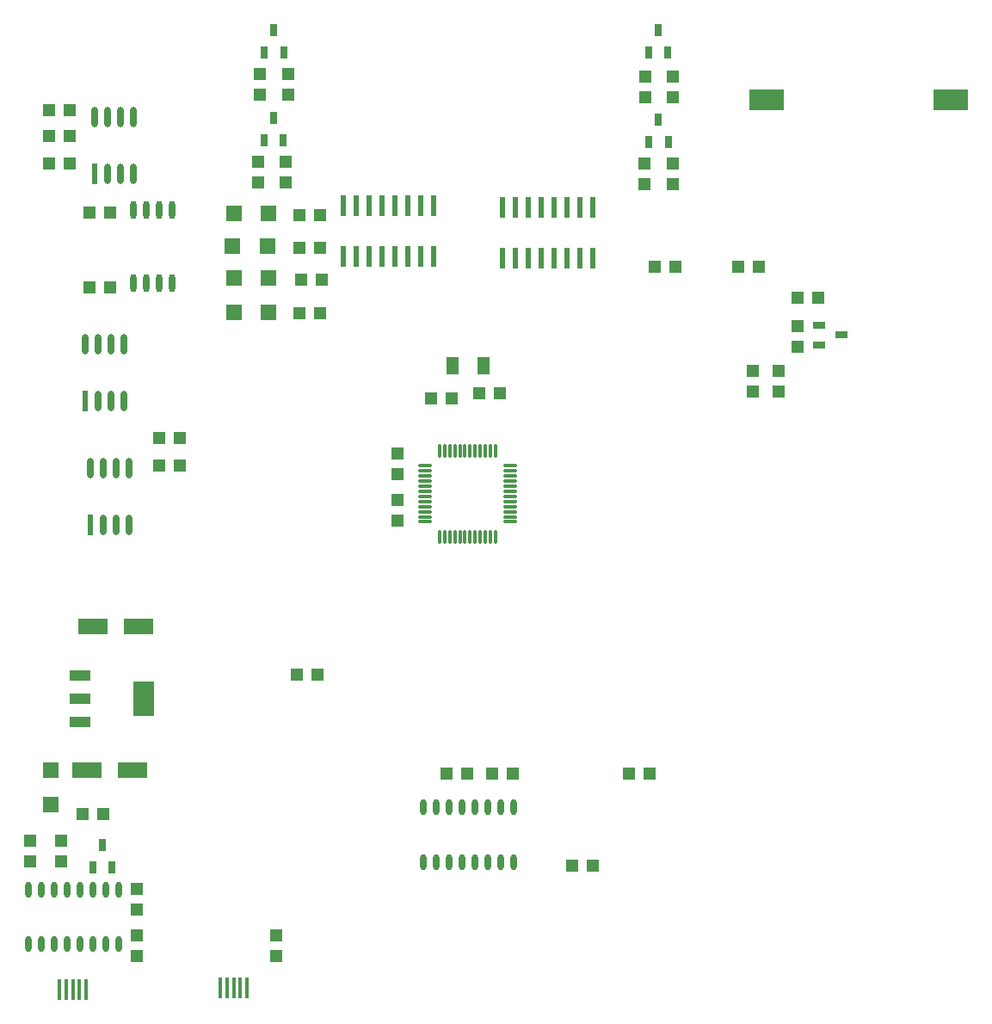
<source format=gtp>
G04*
G04 #@! TF.GenerationSoftware,Altium Limited,Altium Designer,20.0.2 (26)*
G04*
G04 Layer_Color=8421504*
%FSLAX24Y24*%
%MOIN*%
G70*
G01*
G75*
%ADD22R,0.1378X0.0787*%
%ADD23R,0.0600X0.0600*%
%ADD24R,0.0500X0.0500*%
%ADD25O,0.0240X0.0800*%
%ADD26R,0.0240X0.0800*%
%ADD27O,0.0236X0.0709*%
%ADD28R,0.0600X0.0600*%
%ADD29R,0.0217X0.0787*%
%ADD30R,0.0315X0.0472*%
%ADD31R,0.0500X0.0500*%
%ADD32R,0.0472X0.0315*%
%ADD33O,0.0236X0.0610*%
%ADD34R,0.0157X0.0787*%
%ADD35R,0.1181X0.0630*%
%ADD36R,0.0846X0.1378*%
%ADD37R,0.0846X0.0433*%
%ADD38R,0.0846X0.0433*%
%ADD39O,0.0118X0.0591*%
%ADD40O,0.0591X0.0118*%
%ADD41R,0.0472X0.0709*%
D22*
X31550Y36050D02*
D03*
X38663D02*
D03*
D23*
X3800Y8750D02*
D03*
Y10100D02*
D03*
D24*
X3750Y35650D02*
D03*
X4550D02*
D03*
X3750Y33600D02*
D03*
X4550D02*
D03*
X3750Y34650D02*
D03*
X4550D02*
D03*
X5300Y31700D02*
D03*
X6100D02*
D03*
Y28800D02*
D03*
X5300D02*
D03*
X13440Y27780D02*
D03*
X14240D02*
D03*
X13490Y29080D02*
D03*
X14290D02*
D03*
X13440Y30330D02*
D03*
X14240D02*
D03*
X13440Y31580D02*
D03*
X14240D02*
D03*
X27200Y29600D02*
D03*
X28000D02*
D03*
X31250D02*
D03*
X30450D02*
D03*
X32750Y28400D02*
D03*
X33550D02*
D03*
X27000Y9950D02*
D03*
X26200D02*
D03*
X14150Y13800D02*
D03*
X13350D02*
D03*
X19950Y9950D02*
D03*
X19150D02*
D03*
X20900D02*
D03*
X21700D02*
D03*
X24000Y6400D02*
D03*
X24800D02*
D03*
X5050Y8400D02*
D03*
X5850D02*
D03*
X8800Y21900D02*
D03*
X8000D02*
D03*
X8800Y22950D02*
D03*
X8000D02*
D03*
X20400Y24700D02*
D03*
X21200D02*
D03*
X18550Y24500D02*
D03*
X19350D02*
D03*
D25*
X6500Y33200D02*
D03*
X6000Y35400D02*
D03*
X5500D02*
D03*
X6500D02*
D03*
X6000Y33200D02*
D03*
X7000Y35400D02*
D03*
Y33200D02*
D03*
X6350Y19600D02*
D03*
X5850Y21800D02*
D03*
X5350D02*
D03*
X6350D02*
D03*
X5850Y19600D02*
D03*
X6850Y21800D02*
D03*
X6850Y19600D02*
D03*
X6150Y24400D02*
D03*
X5650Y26600D02*
D03*
X5150D02*
D03*
X6150D02*
D03*
X5650Y24400D02*
D03*
X6650Y26600D02*
D03*
Y24400D02*
D03*
D26*
X5500Y33200D02*
D03*
X5350Y19600D02*
D03*
X5150Y24400D02*
D03*
D27*
X8500Y31785D02*
D03*
X8000D02*
D03*
X7500D02*
D03*
X7000D02*
D03*
X8500Y28950D02*
D03*
X8000D02*
D03*
X7500D02*
D03*
X7000D02*
D03*
D28*
X12250Y27840D02*
D03*
X10900D02*
D03*
X12250Y29150D02*
D03*
X10900D02*
D03*
X12200Y30400D02*
D03*
X10850D02*
D03*
X12250Y31650D02*
D03*
X10900D02*
D03*
D29*
X24800Y29931D02*
D03*
X24300D02*
D03*
X23800D02*
D03*
X23300D02*
D03*
X22800D02*
D03*
X22300D02*
D03*
X21800D02*
D03*
X21300D02*
D03*
Y31900D02*
D03*
X21800D02*
D03*
X22300D02*
D03*
X22800D02*
D03*
X23300D02*
D03*
X23800D02*
D03*
X24300D02*
D03*
X24800D02*
D03*
X18650Y29982D02*
D03*
X18150D02*
D03*
X17650D02*
D03*
X17150D02*
D03*
X16650D02*
D03*
X16150D02*
D03*
X15650D02*
D03*
X15150D02*
D03*
Y31950D02*
D03*
X15650D02*
D03*
X16150D02*
D03*
X16650D02*
D03*
X17150D02*
D03*
X17650D02*
D03*
X18150D02*
D03*
X18650D02*
D03*
D30*
X27700Y37900D02*
D03*
X26952D02*
D03*
X27326Y38766D02*
D03*
X27724Y34434D02*
D03*
X26976D02*
D03*
X27350Y35300D02*
D03*
X6174Y6334D02*
D03*
X5426D02*
D03*
X5800Y7200D02*
D03*
X12824Y37884D02*
D03*
X12076D02*
D03*
X12450Y38750D02*
D03*
X12800Y34500D02*
D03*
X12052D02*
D03*
X12426Y35366D02*
D03*
D31*
X26850Y36950D02*
D03*
Y36150D02*
D03*
X27900Y36950D02*
D03*
Y36150D02*
D03*
X26800Y33600D02*
D03*
Y32800D02*
D03*
X27900Y32800D02*
D03*
Y33600D02*
D03*
X32750Y27300D02*
D03*
Y26500D02*
D03*
X32000Y24750D02*
D03*
X32000Y25550D02*
D03*
X31000Y24750D02*
D03*
Y25550D02*
D03*
X12550Y3700D02*
D03*
Y2900D02*
D03*
X7150Y2900D02*
D03*
Y3700D02*
D03*
Y5500D02*
D03*
Y4700D02*
D03*
X3000Y7350D02*
D03*
Y6550D02*
D03*
X4200Y7350D02*
D03*
Y6550D02*
D03*
X17250Y20550D02*
D03*
Y19750D02*
D03*
Y21550D02*
D03*
Y22350D02*
D03*
X13000Y36250D02*
D03*
Y37050D02*
D03*
X12900Y32850D02*
D03*
Y33650D02*
D03*
X11900Y37050D02*
D03*
Y36250D02*
D03*
X11850Y33650D02*
D03*
Y32850D02*
D03*
D32*
X33584Y26576D02*
D03*
X33584Y27324D02*
D03*
X34450Y26950D02*
D03*
D33*
X21750Y6524D02*
D03*
X21250Y6524D02*
D03*
X20750D02*
D03*
X20250Y6524D02*
D03*
X19750D02*
D03*
X19250D02*
D03*
X18750Y6524D02*
D03*
X18250D02*
D03*
Y8650D02*
D03*
X18750D02*
D03*
X19250D02*
D03*
X19750D02*
D03*
X20250D02*
D03*
X20750D02*
D03*
X21250D02*
D03*
X21750D02*
D03*
X2950Y5476D02*
D03*
X3450D02*
D03*
X3950D02*
D03*
X4450Y5476D02*
D03*
X4950Y5476D02*
D03*
X5450D02*
D03*
X5950D02*
D03*
X6450D02*
D03*
Y3350D02*
D03*
X5950D02*
D03*
X5450D02*
D03*
X4950D02*
D03*
X4450D02*
D03*
X3950D02*
D03*
X3450D02*
D03*
X2950D02*
D03*
D34*
X11150Y1650D02*
D03*
X11406D02*
D03*
X10382D02*
D03*
X10894D02*
D03*
X10638D02*
D03*
X4406Y1600D02*
D03*
X4662D02*
D03*
X4150D02*
D03*
X5174D02*
D03*
X4918D02*
D03*
D35*
X5200Y10100D02*
D03*
X6972D02*
D03*
X7200Y15650D02*
D03*
X5428D02*
D03*
D36*
X7391Y12856D02*
D03*
D37*
X4950Y11950D02*
D03*
Y13761D02*
D03*
D38*
Y12856D02*
D03*
D39*
X18866Y22450D02*
D03*
X19063D02*
D03*
X19259D02*
D03*
X19456D02*
D03*
X19653D02*
D03*
X19850Y22450D02*
D03*
X20047D02*
D03*
X20244Y22450D02*
D03*
X20441D02*
D03*
X20637D02*
D03*
X20834D02*
D03*
X21031Y22450D02*
D03*
Y19143D02*
D03*
X20834D02*
D03*
X20637D02*
D03*
X20441Y19143D02*
D03*
X20244D02*
D03*
X20047Y19143D02*
D03*
X19850D02*
D03*
X19653Y19143D02*
D03*
X19456D02*
D03*
X19259D02*
D03*
X19063D02*
D03*
X18866Y19143D02*
D03*
D40*
X21602Y21879D02*
D03*
Y21682D02*
D03*
Y21485D02*
D03*
Y21289D02*
D03*
Y21092D02*
D03*
Y20895D02*
D03*
Y20698D02*
D03*
Y20501D02*
D03*
Y20304D02*
D03*
Y20107D02*
D03*
X21602Y19911D02*
D03*
Y19714D02*
D03*
X18295Y19714D02*
D03*
X18295Y19911D02*
D03*
Y20107D02*
D03*
Y20304D02*
D03*
Y20501D02*
D03*
Y20698D02*
D03*
Y20895D02*
D03*
Y21092D02*
D03*
Y21289D02*
D03*
Y21485D02*
D03*
Y21682D02*
D03*
Y21879D02*
D03*
D41*
X19379Y25746D02*
D03*
X20560Y25746D02*
D03*
M02*

</source>
